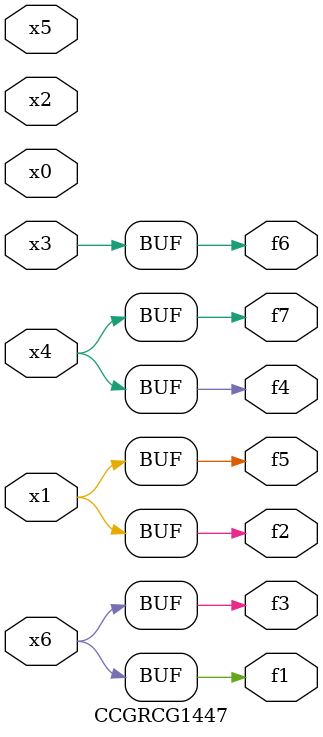
<source format=v>
module CCGRCG1447(
	input x0, x1, x2, x3, x4, x5, x6,
	output f1, f2, f3, f4, f5, f6, f7
);
	assign f1 = x6;
	assign f2 = x1;
	assign f3 = x6;
	assign f4 = x4;
	assign f5 = x1;
	assign f6 = x3;
	assign f7 = x4;
endmodule

</source>
